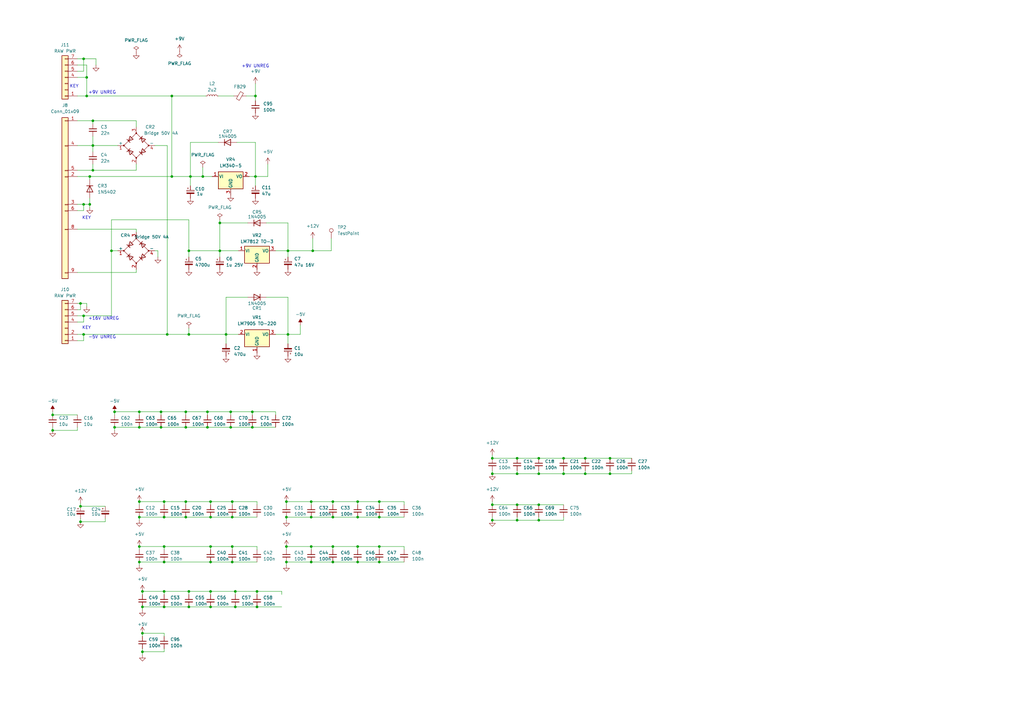
<source format=kicad_sch>
(kicad_sch (version 20250114) (generator "eeschema") (generator_version "9.0")
  (paper "A3")
  (title_block (title "Voltage Regulator") (rev "E") (company "Commodore") (comment 1 "8032081-11") (comment 2 "Login Diagram Universal Dynamic PET") (comment 3 "http://www.zimmers.net/anonftp/pub/cbm/schematics/computers/pet/univ/8032081-11.gif"))
  (text "+9V UNREG" (at 99.06 27.94 0) (effects (font (size 1.27 1.27)) (justify left bottom)))
  (text "+16V UNREG" (at 36.195 131.445 0) (effects (font (size 1.27 1.27)) (justify left bottom)))
  (text "KEY" (at 28.575 36.195 0) (effects (font (size 1.27 1.27)) (justify left bottom)))
  (text "KEY" (at 33.655 90.17 0) (effects (font (size 1.27 1.27)) (justify left bottom)))
  (text "-5V UNREG" (at 36.195 139.065 0) (effects (font (size 1.27 1.27)) (justify left bottom)))
  (text "KEY" (at 33.655 135.255 0) (effects (font (size 1.27 1.27)) (justify left bottom)))
  (text "+9V UNREG" (at 36.195 38.735 0) (effects (font (size 1.27 1.27)) (justify left bottom)))
  (junction (at 146.685 224.155))
  (junction (at 35.56 31.75))
  (junction (at 57.15 212.09))
  (junction (at 231.14 187.96))
  (junction (at 96.52 248.92))
  (junction (at 146.685 230.505))
  (junction (at 212.09 187.96))
  (junction (at 220.98 194.31))
  (junction (at 136.525 230.505))
  (junction (at 78.105 72.39))
  (junction (at 58.42 248.92))
  (junction (at 57.15 224.155))
  (junction (at 95.25 230.505))
  (junction (at 46.99 168.91))
  (junction (at 38.1 59.69))
  (junction (at 105.41 248.92))
  (junction (at 57.15 168.91))
  (junction (at 220.98 213.36))
  (junction (at 105.41 242.57))
  (junction (at 46.99 175.26))
  (junction (at 240.03 187.96))
  (junction (at 220.98 207.01))
  (junction (at 96.52 242.57))
  (junction (at 201.93 207.01))
  (junction (at 33.02 207.645))
  (junction (at 76.2 168.91))
  (junction (at 92.71 137.16))
  (junction (at 85.09 168.91))
  (junction (at 117.475 230.505))
  (junction (at 67.31 242.57))
  (junction (at 220.98 187.96))
  (junction (at 86.36 230.505))
  (junction (at 45.72 102.87))
  (junction (at 58.42 267.335))
  (junction (at 127.635 205.74))
  (junction (at 21.59 176.53))
  (junction (at 76.2 205.74))
  (junction (at 127.635 212.09))
  (junction (at 67.31 224.155))
  (junction (at 76.2 212.09))
  (junction (at 136.525 205.74))
  (junction (at 86.36 224.155))
  (junction (at 86.36 248.92))
  (junction (at 67.31 212.09))
  (junction (at 201.93 194.31))
  (junction (at 34.29 83.82))
  (junction (at 77.47 137.16))
  (junction (at 95.25 205.74))
  (junction (at 127.635 230.505))
  (junction (at 86.36 212.09))
  (junction (at 90.17 102.87))
  (junction (at 201.93 187.96))
  (junction (at 77.47 242.57))
  (junction (at 250.19 187.96))
  (junction (at 70.485 39.37))
  (junction (at 66.04 168.91))
  (junction (at 70.485 72.39))
  (junction (at 21.59 170.18))
  (junction (at 34.29 129.54))
  (junction (at 34.29 137.16))
  (junction (at 57.15 205.74))
  (junction (at 57.15 230.505))
  (junction (at 33.02 124.46))
  (junction (at 117.475 212.09))
  (junction (at 146.685 212.09))
  (junction (at 76.2 175.26))
  (junction (at 155.575 212.09))
  (junction (at 103.505 168.91))
  (junction (at 118.11 137.16))
  (junction (at 95.25 212.09))
  (junction (at 104.775 39.37))
  (junction (at 136.525 212.09))
  (junction (at 201.93 213.36))
  (junction (at 231.14 194.31))
  (junction (at 212.09 213.36))
  (junction (at 57.15 175.26))
  (junction (at 212.09 194.31))
  (junction (at 85.09 175.26))
  (junction (at 90.17 91.44))
  (junction (at 33.02 213.995))
  (junction (at 68.58 137.16))
  (junction (at 94.615 168.91))
  (junction (at 212.09 207.01))
  (junction (at 77.47 248.92))
  (junction (at 155.575 230.505))
  (junction (at 117.475 205.74))
  (junction (at 250.19 194.31))
  (junction (at 38.1 49.53))
  (junction (at 34.29 24.13))
  (junction (at 146.685 205.74))
  (junction (at 117.475 224.155))
  (junction (at 58.42 259.715))
  (junction (at 36.83 83.82))
  (junction (at 86.36 242.57))
  (junction (at 35.56 39.37))
  (junction (at 86.36 205.74))
  (junction (at 38.1 69.85))
  (junction (at 128.27 102.87))
  (junction (at 77.47 102.87))
  (junction (at 127.635 224.155))
  (junction (at 66.04 175.26))
  (junction (at 94.615 175.26))
  (junction (at 95.25 224.155))
  (junction (at 136.525 224.155))
  (junction (at 155.575 224.155))
  (junction (at 155.575 205.74))
  (junction (at 67.31 248.92))
  (junction (at 103.505 175.26))
  (junction (at 104.775 72.39))
  (junction (at 67.31 205.74))
  (junction (at 58.42 242.57))
  (junction (at 67.31 230.505))
  (junction (at 36.83 72.39))
  (junction (at 118.11 102.87))
  (junction (at 240.03 194.31))
  (junction (at 83.185 72.39))
  (wire (pts (xy 155.575 205.74) (xy 165.735 205.74)))
  (wire (pts (xy 77.47 242.57) (xy 77.47 243.84)))
  (wire (pts (xy 212.09 187.96) (xy 220.98 187.96)))
  (wire (pts (xy 155.575 212.09) (xy 165.735 212.09)))
  (wire (pts (xy 100.965 39.37) (xy 104.775 39.37)))
  (wire (pts (xy 165.735 225.425) (xy 165.735 224.155)))
  (wire (pts (xy 67.31 266.065) (xy 67.31 267.335)))
  (wire (pts (xy 77.47 248.92) (xy 86.36 248.92)))
  (wire (pts (xy 38.1 49.53) (xy 38.1 50.8)))
  (wire (pts (xy 67.31 243.84) (xy 67.31 242.57)))
  (wire (pts (xy 155.575 205.74) (xy 155.575 207.01)))
  (wire (pts (xy 250.19 193.04) (xy 250.19 194.31)))
  (wire (pts (xy 57.15 205.74) (xy 67.31 205.74)))
  (wire (pts (xy 127.635 212.09) (xy 136.525 212.09)))
  (wire (pts (xy 86.36 242.57) (xy 96.52 242.57)))
  (wire (pts (xy 57.15 212.09) (xy 57.15 213.36)))
  (wire (pts (xy 240.03 187.96) (xy 250.19 187.96)))
  (wire (pts (xy 127.635 225.425) (xy 127.635 224.155)))
  (wire (pts (xy 118.11 91.44) (xy 118.11 102.87)))
  (wire (pts (xy 31.75 69.85) (xy 38.1 69.85)))
  (wire (pts (xy 43.18 213.995) (xy 33.02 213.995)))
  (wire (pts (xy 212.09 213.36) (xy 220.98 213.36)))
  (wire (pts (xy 105.41 248.92) (xy 115.57 248.92)))
  (wire (pts (xy 113.03 102.87) (xy 118.11 102.87)))
  (wire (pts (xy 77.47 242.57) (xy 86.36 242.57)))
  (wire (pts (xy 85.09 175.26) (xy 94.615 175.26)))
  (wire (pts (xy 35.56 124.46) (xy 33.02 124.46)))
  (wire (pts (xy 146.685 205.74) (xy 146.685 207.01)))
  (wire (pts (xy 105.41 225.425) (xy 105.41 224.155)))
  (wire (pts (xy 104.775 72.39) (xy 104.775 76.2)))
  (wire (pts (xy 67.31 248.92) (xy 77.47 248.92)))
  (wire (pts (xy 109.22 121.92) (xy 118.11 121.92)))
  (wire (pts (xy 127.635 224.155) (xy 136.525 224.155)))
  (wire (pts (xy 67.31 248.92) (xy 58.42 248.92)))
  (wire (pts (xy 31.75 29.21) (xy 34.29 29.21)))
  (wire (pts (xy 31.75 49.53) (xy 38.1 49.53)))
  (wire (pts (xy 36.83 83.82) (xy 36.83 85.09)))
  (wire (pts (xy 67.31 230.505) (xy 86.36 230.505)))
  (wire (pts (xy 136.525 205.74) (xy 146.685 205.74)))
  (wire (pts (xy 58.42 248.92) (xy 58.42 250.19)))
  (wire (pts (xy 103.505 168.91) (xy 103.505 170.18)))
  (wire (pts (xy 58.42 259.715) (xy 67.31 259.715)))
  (wire (pts (xy 70.485 72.39) (xy 70.485 39.37)))
  (wire (pts (xy 250.19 194.31) (xy 259.08 194.31)))
  (wire (pts (xy 85.09 168.91) (xy 85.09 170.18)))
  (wire (pts (xy 220.98 187.96) (xy 231.14 187.96)))
  (wire (pts (xy 34.29 29.21) (xy 34.29 24.13)))
  (wire (pts (xy 31.75 24.13) (xy 34.29 24.13)))
  (wire (pts (xy 95.25 205.74) (xy 95.25 207.01)))
  (wire (pts (xy 76.2 168.91) (xy 85.09 168.91)))
  (wire (pts (xy 31.75 176.53) (xy 21.59 176.53)))
  (wire (pts (xy 95.25 205.74) (xy 105.41 205.74)))
  (wire (pts (xy 96.52 248.92) (xy 105.41 248.92)))
  (wire (pts (xy 38.1 49.53) (xy 55.88 49.53)))
  (wire (pts (xy 67.31 212.09) (xy 57.15 212.09)))
  (wire (pts (xy 55.88 69.85) (xy 55.88 67.31)))
  (wire (pts (xy 57.15 175.26) (xy 66.04 175.26)))
  (wire (pts (xy 43.18 212.725) (xy 43.18 213.995)))
  (wire (pts (xy 90.17 91.44) (xy 90.17 102.87)))
  (wire (pts (xy 21.59 168.91) (xy 21.59 170.18)))
  (wire (pts (xy 104.775 34.29) (xy 104.775 39.37)))
  (wire (pts (xy 86.36 205.74) (xy 95.25 205.74)))
  (wire (pts (xy 86.36 224.155) (xy 86.36 225.425)))
  (wire (pts (xy 95.25 230.505) (xy 105.41 230.505)))
  (wire (pts (xy 31.75 59.69) (xy 38.1 59.69)))
  (wire (pts (xy 135.89 97.79) (xy 135.89 102.87)))
  (wire (pts (xy 117.475 230.505) (xy 117.475 231.775)))
  (wire (pts (xy 31.75 139.7) (xy 34.29 139.7)))
  (wire (pts (xy 45.72 90.17) (xy 77.47 90.17)))
  (wire (pts (xy 67.31 260.985) (xy 67.31 259.715)))
  (wire (pts (xy 66.04 175.26) (xy 76.2 175.26)))
  (wire (pts (xy 35.56 39.37) (xy 70.485 39.37)))
  (wire (pts (xy 89.535 39.37) (xy 95.885 39.37)))
  (wire (pts (xy 155.575 224.155) (xy 155.575 225.425)))
  (wire (pts (xy 104.775 72.39) (xy 109.855 72.39)))
  (wire (pts (xy 35.56 31.75) (xy 31.75 31.75)))
  (wire (pts (xy 57.15 175.26) (xy 46.99 175.26)))
  (wire (pts (xy 36.83 72.39) (xy 70.485 72.39)))
  (wire (pts (xy 77.47 134.62) (xy 77.47 137.16)))
  (wire (pts (xy 38.1 69.85) (xy 55.88 69.85)))
  (wire (pts (xy 113.03 137.16) (xy 118.11 137.16)))
  (wire (pts (xy 231.14 212.09) (xy 231.14 213.36)))
  (wire (pts (xy 212.09 207.01) (xy 220.98 207.01)))
  (wire (pts (xy 104.775 58.42) (xy 104.775 72.39)))
  (wire (pts (xy 31.75 26.67) (xy 35.56 26.67)))
  (wire (pts (xy 118.11 121.92) (xy 118.11 137.16)))
  (wire (pts (xy 58.42 242.57) (xy 67.31 242.57)))
  (wire (pts (xy 31.75 39.37) (xy 35.56 39.37)))
  (wire (pts (xy 86.36 242.57) (xy 86.36 243.84)))
  (wire (pts (xy 35.56 39.37) (xy 35.56 31.75)))
  (wire (pts (xy 78.105 72.39) (xy 78.105 76.2)))
  (wire (pts (xy 21.59 175.26) (xy 21.59 176.53)))
  (wire (pts (xy 109.855 67.31) (xy 109.855 72.39)))
  (wire (pts (xy 96.52 242.57) (xy 96.52 243.84)))
  (wire (pts (xy 83.185 68.58) (xy 83.185 72.39)))
  (wire (pts (xy 36.83 72.39) (xy 36.83 73.66)))
  (wire (pts (xy 201.93 212.09) (xy 201.93 213.36)))
  (wire (pts (xy 38.1 59.69) (xy 48.26 59.69)))
  (wire (pts (xy 76.2 168.91) (xy 76.2 170.18)))
  (wire (pts (xy 117.475 224.155) (xy 127.635 224.155)))
  (wire (pts (xy 101.6 91.44) (xy 90.17 91.44)))
  (wire (pts (xy 127.635 230.505) (xy 117.475 230.505)))
  (wire (pts (xy 95.25 224.155) (xy 105.41 224.155)))
  (wire (pts (xy 67.31 207.01) (xy 67.31 205.74)))
  (wire (pts (xy 155.575 224.155) (xy 165.735 224.155)))
  (wire (pts (xy 95.25 224.155) (xy 95.25 225.425)))
  (wire (pts (xy 212.09 212.09) (xy 212.09 213.36)))
  (wire (pts (xy 58.42 259.715) (xy 58.42 260.985)))
  (wire (pts (xy 104.775 58.42) (xy 97.155 58.42)))
  (wire (pts (xy 70.485 39.37) (xy 84.455 39.37)))
  (wire (pts (xy 259.08 187.96) (xy 250.19 187.96)))
  (wire (pts (xy 90.17 90.17) (xy 90.17 91.44)))
  (wire (pts (xy 101.6 121.92) (xy 92.71 121.92)))
  (wire (pts (xy 57.15 224.155) (xy 57.15 225.425)))
  (wire (pts (xy 68.58 137.16) (xy 77.47 137.16)))
  (wire (pts (xy 155.575 230.505) (xy 165.735 230.505)))
  (wire (pts (xy 127.635 212.09) (xy 117.475 212.09)))
  (wire (pts (xy 86.36 212.09) (xy 95.25 212.09)))
  (wire (pts (xy 31.75 124.46) (xy 33.02 124.46)))
  (wire (pts (xy 57.15 170.18) (xy 57.15 168.91)))
  (wire (pts (xy 118.11 102.87) (xy 118.11 105.41)))
  (wire (pts (xy 123.19 133.35) (xy 123.19 137.16)))
  (wire (pts (xy 31.75 175.26) (xy 31.75 176.53)))
  (wire (pts (xy 127.635 207.01) (xy 127.635 205.74)))
  (wire (pts (xy 212.09 194.31) (xy 220.98 194.31)))
  (wire (pts (xy 118.11 137.16) (xy 123.19 137.16)))
  (wire (pts (xy 86.995 72.39) (xy 83.185 72.39)))
  (wire (pts (xy 70.485 72.39) (xy 78.105 72.39)))
  (wire (pts (xy 212.09 213.36) (xy 201.93 213.36)))
  (wire (pts (xy 94.615 168.91) (xy 103.505 168.91)))
  (wire (pts (xy 31.75 111.76) (xy 55.88 111.76)))
  (wire (pts (xy 201.93 186.69) (xy 201.93 187.96)))
  (wire (pts (xy 220.98 213.36) (xy 231.14 213.36)))
  (wire (pts (xy 220.98 207.01) (xy 231.14 207.01)))
  (wire (pts (xy 86.36 248.92) (xy 96.52 248.92)))
  (wire (pts (xy 94.615 168.91) (xy 94.615 170.18)))
  (wire (pts (xy 220.98 212.09) (xy 220.98 213.36)))
  (wire (pts (xy 67.31 242.57) (xy 77.47 242.57)))
  (wire (pts (xy 76.2 212.09) (xy 86.36 212.09)))
  (wire (pts (xy 83.185 72.39) (xy 78.105 72.39)))
  (wire (pts (xy 31.75 132.08) (xy 34.29 132.08)))
  (wire (pts (xy 34.29 129.54) (xy 45.72 129.54)))
  (wire (pts (xy 46.99 175.26) (xy 46.99 176.53)))
  (wire (pts (xy 240.03 193.04) (xy 240.03 194.31)))
  (wire (pts (xy 67.31 212.09) (xy 76.2 212.09)))
  (wire (pts (xy 34.29 86.36) (xy 34.29 83.82)))
  (wire (pts (xy 57.15 224.155) (xy 67.31 224.155)))
  (wire (pts (xy 105.41 207.01) (xy 105.41 205.74)))
  (wire (pts (xy 259.08 193.04) (xy 259.08 194.31)))
  (wire (pts (xy 46.99 168.91) (xy 46.99 170.18)))
  (wire (pts (xy 146.685 205.74) (xy 155.575 205.74)))
  (wire (pts (xy 212.09 194.31) (xy 201.93 194.31)))
  (wire (pts (xy 34.29 24.13) (xy 39.37 24.13)))
  (wire (pts (xy 58.42 267.335) (xy 58.42 268.605)))
  (wire (pts (xy 66.04 168.91) (xy 76.2 168.91)))
  (wire (pts (xy 231.14 194.31) (xy 240.03 194.31)))
  (wire (pts (xy 105.41 242.57) (xy 115.57 242.57)))
  (wire (pts (xy 128.27 102.87) (xy 118.11 102.87)))
  (wire (pts (xy 34.29 139.7) (xy 34.29 137.16)))
  (wire (pts (xy 55.88 111.76) (xy 55.88 110.49)))
  (wire (pts (xy 66.04 168.91) (xy 66.04 170.18)))
  (wire (pts (xy 45.72 129.54) (xy 45.72 102.87)))
  (wire (pts (xy 86.36 230.505) (xy 95.25 230.505)))
  (wire (pts (xy 31.75 127) (xy 33.02 127)))
  (wire (pts (xy 113.03 168.91) (xy 103.505 168.91)))
  (wire (pts (xy 105.41 243.84) (xy 105.41 242.57)))
  (wire (pts (xy 127.635 230.505) (xy 136.525 230.505)))
  (wire (pts (xy 31.75 83.82) (xy 34.29 83.82)))
  (wire (pts (xy 102.235 72.39) (xy 104.775 72.39)))
  (wire (pts (xy 220.98 194.31) (xy 231.14 194.31)))
  (wire (pts (xy 113.03 170.18) (xy 113.03 168.91)))
  (wire (pts (xy 57.15 205.74) (xy 57.15 207.01)))
  (wire (pts (xy 212.09 193.04) (xy 212.09 194.31)))
  (wire (pts (xy 46.99 168.91) (xy 57.15 168.91)))
  (wire (pts (xy 64.77 105.41) (xy 64.77 102.87)))
  (wire (pts (xy 109.22 91.44) (xy 118.11 91.44)))
  (wire (pts (xy 146.685 212.09) (xy 155.575 212.09)))
  (wire (pts (xy 33.02 207.645) (xy 43.18 207.645)))
  (wire (pts (xy 103.505 175.26) (xy 113.03 175.26)))
  (wire (pts (xy 21.59 170.18) (xy 31.75 170.18)))
  (wire (pts (xy 104.775 39.37) (xy 104.775 41.275)))
  (wire (pts (xy 146.685 224.155) (xy 155.575 224.155)))
  (wire (pts (xy 117.475 212.09) (xy 117.475 213.36)))
  (wire (pts (xy 38.1 55.88) (xy 38.1 59.69)))
  (wire (pts (xy 34.29 137.16) (xy 31.75 137.16)))
  (wire (pts (xy 68.58 59.69) (xy 68.58 137.16)))
  (wire (pts (xy 78.105 72.39) (xy 78.105 58.42)))
  (wire (pts (xy 76.2 175.26) (xy 85.09 175.26)))
  (wire (pts (xy 231.14 193.04) (xy 231.14 194.31)))
  (wire (pts (xy 78.105 58.42) (xy 89.535 58.42)))
  (wire (pts (xy 34.29 132.08) (xy 34.29 129.54)))
  (wire (pts (xy 135.89 102.87) (xy 128.27 102.87)))
  (wire (pts (xy 115.57 243.84) (xy 115.57 242.57)))
  (wire (pts (xy 67.31 267.335) (xy 58.42 267.335)))
  (wire (pts (xy 31.75 72.39) (xy 36.83 72.39)))
  (wire (pts (xy 77.47 90.17) (xy 77.47 102.87)))
  (wire (pts (xy 68.58 137.16) (xy 34.29 137.16)))
  (wire (pts (xy 33.02 127) (xy 33.02 124.46)))
  (wire (pts (xy 165.735 207.01) (xy 165.735 205.74)))
  (wire (pts (xy 76.2 205.74) (xy 76.2 207.01)))
  (wire (pts (xy 201.93 207.01) (xy 212.09 207.01)))
  (wire (pts (xy 63.5 59.69) (xy 68.58 59.69)))
  (wire (pts (xy 57.15 168.91) (xy 66.04 168.91)))
  (wire (pts (xy 33.02 206.375) (xy 33.02 207.645)))
  (wire (pts (xy 117.475 205.74) (xy 127.635 205.74)))
  (wire (pts (xy 95.25 212.09) (xy 105.41 212.09)))
  (wire (pts (xy 220.98 193.04) (xy 220.98 194.31)))
  (wire (pts (xy 67.31 224.155) (xy 86.36 224.155)))
  (wire (pts (xy 118.11 137.16) (xy 118.11 140.97)))
  (wire (pts (xy 86.36 224.155) (xy 95.25 224.155)))
  (wire (pts (xy 85.09 168.91) (xy 94.615 168.91)))
  (wire (pts (xy 201.93 187.96) (xy 212.09 187.96)))
  (wire (pts (xy 136.525 224.155) (xy 136.525 225.425)))
  (wire (pts (xy 67.31 225.425) (xy 67.31 224.155)))
  (wire (pts (xy 231.14 187.96) (xy 240.03 187.96)))
  (wire (pts (xy 136.525 230.505) (xy 146.685 230.505)))
  (wire (pts (xy 38.1 59.69) (xy 38.1 62.23)))
  (wire (pts (xy 31.75 93.98) (xy 55.88 93.98)))
  (wire (pts (xy 92.71 137.16) (xy 92.71 140.97)))
  (wire (pts (xy 136.525 224.155) (xy 146.685 224.155)))
  (wire (pts (xy 64.77 102.87) (xy 63.5 102.87)))
  (wire (pts (xy 55.88 93.98) (xy 55.88 95.25)))
  (wire (pts (xy 35.56 125.73) (xy 35.56 124.46)))
  (wire (pts (xy 58.42 266.065) (xy 58.42 267.335)))
  (wire (pts (xy 136.525 205.74) (xy 136.525 207.01)))
  (wire (pts (xy 77.47 102.87) (xy 77.47 105.41)))
  (wire (pts (xy 94.615 175.26) (xy 103.505 175.26)))
  (wire (pts (xy 31.75 129.54) (xy 34.29 129.54)))
  (wire (pts (xy 33.02 212.725) (xy 33.02 213.995)))
  (wire (pts (xy 136.525 212.09) (xy 146.685 212.09)))
  (wire (pts (xy 76.2 205.74) (xy 86.36 205.74)))
  (wire (pts (xy 86.36 205.74) (xy 86.36 207.01)))
  (wire (pts (xy 38.1 67.31) (xy 38.1 69.85)))
  (wire (pts (xy 67.31 230.505) (xy 57.15 230.505)))
  (wire (pts (xy 67.31 205.74) (xy 76.2 205.74)))
  (wire (pts (xy 92.71 137.16) (xy 97.79 137.16)))
  (wire (pts (xy 77.47 102.87) (xy 90.17 102.87)))
  (wire (pts (xy 31.75 86.36) (xy 34.29 86.36)))
  (wire (pts (xy 96.52 242.57) (xy 105.41 242.57)))
  (wire (pts (xy 48.26 102.87) (xy 45.72 102.87)))
  (wire (pts (xy 127.635 205.74) (xy 136.525 205.74)))
  (wire (pts (xy 201.93 205.74) (xy 201.93 207.01)))
  (wire (pts (xy 117.475 224.155) (xy 117.475 225.425)))
  (wire (pts (xy 58.42 242.57) (xy 58.42 243.84)))
  (wire (pts (xy 39.37 24.13) (xy 39.37 26.67)))
  (wire (pts (xy 35.56 26.67) (xy 35.56 31.75)))
  (wire (pts (xy 201.93 193.04) (xy 201.93 194.31)))
  (wire (pts (xy 240.03 194.31) (xy 250.19 194.31)))
  (wire (pts (xy 92.71 121.92) (xy 92.71 137.16)))
  (wire (pts (xy 146.685 230.505) (xy 155.575 230.505)))
  (wire (pts (xy 77.47 137.16) (xy 92.71 137.16)))
  (wire (pts (xy 90.17 102.87) (xy 97.79 102.87)))
  (wire (pts (xy 55.88 49.53) (xy 55.88 52.07)))
  (wire (pts (xy 117.475 205.74) (xy 117.475 207.01)))
  (wire (pts (xy 34.29 83.82) (xy 36.83 83.82)))
  (wire (pts (xy 36.83 83.82) (xy 36.83 81.28)))
  (wire (pts (xy 45.72 102.87) (xy 45.72 90.17)))
  (wire (pts (xy 90.17 102.87) (xy 90.17 105.41)))
  (wire (pts (xy 128.27 97.79) (xy 128.27 102.87)))
  (wire (pts (xy 146.685 224.155) (xy 146.685 225.425)))
  (wire (pts (xy 57.15 230.505) (xy 57.15 231.775)))
  (symbol (lib_id "Device:D_Bridge_+AA-") (at 55.88 102.87 180) (unit 1)
    (property "Reference" "CR4" (at 51.435 96.52 0))
    (property "Value" "Bridge 50V 4A" (at 62.23 97.155 0))
    (property "Footprint" "Diode_THT:Diode_Bridge_19.0x3.5x10.0mm_P5.0mm" (effects (hide yes)))
  )
  (symbol (lib_id "power:+5V") (at 57.15 205.74 0) (unit 1)
    (property "Reference" "#PWR014" (effects (hide yes)))
    (property "Value" "+5V" (at 57.15 200.66 0))
  )
  (symbol (lib_id "power:+12V") (at 33.02 206.375 0) (unit 1)
    (property "Reference" "#PWR0316" (effects (hide yes)))
    (property "Value" "+12V" (at 33.02 201.295 0))
  )
  (symbol (lib_id "Device:C_Small") (at 117.475 227.965 0) (unit 1)
    (property "Reference" "C43" (at 120.65 226.7013 0) (effects (justify left)))
    (property "Value" "100n" (at 120.65 229.2413 0) (effects (justify left)))
    (property "Footprint" "Capacitors:C_Axial" (effects (hide yes)))
  )
  (symbol (lib_id "Device:C_Small") (at 67.31 209.55 0) (unit 1)
    (property "Reference" "C15" (at 69.85 208.2863 0) (effects (justify left)))
    (property "Value" "100n" (at 69.85 210.8263 0) (effects (justify left)))
    (property "Footprint" "Capacitors:C_Axial" (effects (hide yes)))
  )
  (symbol (lib_id "Device:C_Small") (at 240.03 190.5 0) (unit 1)
    (property "Reference" "C22" (at 242.57 189.2363 0) (effects (justify left)))
    (property "Value" "100n" (at 242.57 191.7763 0) (effects (justify left)))
    (property "Footprint" "Capacitors:C_Axial" (effects (hide yes)))
  )
  (symbol (lib_id "Device:C_Polarized_Small") (at 33.02 210.185 0) (unit 1)
    (property "Reference" "C17" (at 27.305 208.915 0) (effects (justify left)))
    (property "Value" "10u" (at 27.305 210.82 0) (effects (justify left)))
    (property "Footprint" "Capacitor_THT:CP_Axial_L11.0mm_D5.0mm_P18.00mm_Horizontal" (effects (hide yes)))
  )
  (symbol (lib_id "Device:C_Small") (at 250.19 190.5 0) (unit 1)
    (property "Reference" "C26" (at 252.73 189.2363 0) (effects (justify left)))
    (property "Value" "100n" (at 252.73 191.7763 0) (effects (justify left)))
    (property "Footprint" "Capacitors:C_Axial" (effects (hide yes)))
  )
  (symbol (lib_id "Device:C_Small") (at 212.09 190.5 0) (unit 1)
    (property "Reference" "C14" (at 214.63 189.2363 0) (effects (justify left)))
    (property "Value" "100n" (at 214.63 191.7763 0) (effects (justify left)))
    (property "Footprint" "Capacitors:C_Axial" (effects (hide yes)))
  )
  (symbol (lib_id "Connector:TestPoint") (at 135.89 97.79 0) (unit 1) (in_bom no)
    (property "Reference" "TP2" (at 138.43 93.218 0) (effects (justify left)))
    (property "Value" "TestPoint" (at 138.43 95.758 0) (effects (justify left)))
    (property "Footprint" "TestPoint:TestPoint_Pad_D1.0mm" (effects (hide yes)))
  )
  (symbol (lib_id "power:GND") (at 118.11 146.05 0) (unit 1)
    (property "Reference" "#PWR036" (effects (hide yes)))
    (property "Value" "GND" (effects (hide yes)))
  )
  (symbol (lib_id "Device:C_Small") (at 104.775 43.815 0) (unit 1)
    (property "Reference" "C95" (at 107.95 42.5513 0) (effects (justify left)))
    (property "Value" "100n" (at 107.95 45.0913 0) (effects (justify left)))
    (property "Footprint" "Capacitors:C_Axial" (effects (hide yes)))
  )
  (symbol (lib_id "power:+5V") (at 57.15 224.155 0) (unit 1)
    (property "Reference" "#PWR0291" (effects (hide yes)))
    (property "Value" "+5V" (at 57.15 219.075 0))
  )
  (symbol (lib_id "Device:C_Small") (at 57.15 209.55 0) (unit 1)
    (property "Reference" "C12" (at 59.69 208.2863 0) (effects (justify left)))
    (property "Value" "100n" (at 59.69 210.8263 0) (effects (justify left)))
    (property "Footprint" "Capacitors:C_Axial" (effects (hide yes)))
  )
  (symbol (lib_id "Device:FerriteBead_Small") (at 98.425 39.37 90) (unit 1)
    (property "Reference" "FB29" (at 98.3869 35.56 90))
    (property "Value" "Ferrite Bead" (effects (hide yes)))
    (property "Footprint" "Ferrite:FerriteBead" (effects (hide yes)))
  )
  (symbol (lib_id "power:+5V") (at 58.42 259.715 0) (unit 1)
    (property "Reference" "#PWR0330" (effects (hide yes)))
    (property "Value" "+5V" (at 58.42 256.032 0))
  )
  (symbol (lib_id "power:PWR_FLAG") (at 90.17 90.17 0) (unit 1)
    (property "Reference" "#FLG02" (effects (hide yes)))
    (property "Value" "PWR_FLAG" (at 90.17 85.09 0))
  )
  (symbol (lib_id "Device:C_Small") (at 86.36 246.38 0) (unit 1)
    (property "Reference" "C56" (at 88.9 245.1163 0) (effects (justify left)))
    (property "Value" "100n" (at 88.9 247.6563 0) (effects (justify left)))
    (property "Footprint" "Capacitors:C_Axial" (effects (hide yes)))
  )
  (symbol (lib_id "power:GND") (at 105.41 144.78 0) (unit 1)
    (property "Reference" "#PWR034" (effects (hide yes)))
    (property "Value" "GND" (effects (hide yes)))
  )
  (symbol (lib_id "Device:C_Small") (at 212.09 209.55 0) (unit 1)
    (property "Reference" "C66" (at 214.63 208.2863 0) (effects (justify left)))
    (property "Value" "100n" (at 214.63 210.8263 0) (effects (justify left)))
    (property "Footprint" "Capacitors:C_Axial" (effects (hide yes)))
  )
  (symbol (lib_id "Device:C_Small") (at 67.31 246.38 0) (unit 1)
    (property "Reference" "C53" (at 69.85 245.1163 0) (effects (justify left)))
    (property "Value" "100n" (at 69.85 247.6563 0) (effects (justify left)))
    (property "Footprint" "Capacitors:C_Axial" (effects (hide yes)))
  )
  (symbol (lib_id "Device:C_Small") (at 201.93 209.55 0) (unit 1)
    (property "Reference" "C64" (at 204.47 208.2863 0) (effects (justify left)))
    (property "Value" "100n" (at 204.47 210.8263 0) (effects (justify left)))
    (property "Footprint" "Capacitors:C_Axial" (effects (hide yes)))
  )
  (symbol (lib_id "power:GND") (at 46.99 176.53 0) (unit 1)
    (property "Reference" "#PWR039" (effects (hide yes)))
    (property "Value" "GND" (effects (hide yes)))
  )
  (symbol (lib_id "Device:C_Small") (at 77.47 246.38 0) (unit 1)
    (property "Reference" "C55" (at 80.01 245.1163 0) (effects (justify left)))
    (property "Value" "100n" (at 80.01 247.6563 0) (effects (justify left)))
    (property "Footprint" "Capacitors:C_Axial" (effects (hide yes)))
  )
  (symbol (lib_id "power:GND") (at 117.475 231.775 0) (unit 1)
    (property "Reference" "#PWR0294" (effects (hide yes)))
    (property "Value" "GND" (effects (hide yes)))
  )
  (symbol (lib_id "Device:C_Polarized_Small") (at 43.18 210.185 0) (unit 1)
    (property "Reference" "C24" (at 37.465 208.915 0) (effects (justify left)))
    (property "Value" "10u" (at 37.465 210.82 0) (effects (justify left)))
    (property "Footprint" "Capacitor_THT:CP_Axial_L11.0mm_D5.0mm_P18.00mm_Horizontal" (effects (hide yes)))
  )
  (symbol (lib_id "Regulator_Linear:LM7812_TO220") (at 105.41 102.87 0) (unit 1)
    (property "Reference" "VR2" (at 105.41 96.52 0))
    (property "Value" "LM7812 TO-3" (at 105.41 99.06 0))
    (property "Footprint" "Package_TO_SOT_THT:TO-3" (effects (hide yes)))
    (property "Datasheet" "https://www.onsemi.cn/PowerSolutions/document/MC7800-D.PDF" (effects (hide yes)))
  )
  (symbol (lib_id "Device:C_Small") (at 76.2 209.55 0) (unit 1)
    (property "Reference" "C20" (at 78.74 208.2863 0) (effects (justify left)))
    (property "Value" "100n" (at 78.74 210.8263 0) (effects (justify left)))
    (property "Footprint" "Capacitors:C_Axial" (effects (hide yes)))
  )
  (symbol (lib_id "Device:C_Small") (at 57.15 227.965 0) (unit 1)
    (property "Reference" "C37" (at 59.69 226.7013 0) (effects (justify left)))
    (property "Value" "100n" (at 59.69 229.2413 0) (effects (justify left)))
    (property "Footprint" "Capacitors:C_Axial" (effects (hide yes)))
  )
  (symbol (lib_id "Device:L_Small") (at 86.995 39.37 90) (unit 1)
    (property "Reference" "L2" (at 86.995 34.29 90))
    (property "Value" "2u2" (at 86.995 36.83 90))
    (property "Footprint" "Capacitors:C_Axial" (effects (hide yes)))
  )
  (symbol (lib_id "Device:C_Polarized_Small") (at 78.105 78.74 0) (unit 1)
    (property "Reference" "C10" (at 80.01 77.47 0) (effects (justify left)))
    (property "Value" "1u" (at 80.645 79.4639 0) (effects (justify left)))
    (property "Footprint" "Capacitors:CP_Axial_L11.0mm_D5.0mm_P20.00mm_Horizontal" (effects (hide yes)))
  )
  (symbol (lib_id "Device:C_Small") (at 31.75 172.72 180) (unit 1)
    (property "Reference" "C16" (at 34.29 171.4436 0) (effects (justify right)))
    (property "Value" "10u" (at 34.29 173.9836 0) (effects (justify right)))
    (property "Footprint" "Capacitor_THT:CP_Axial_L11.0mm_D5.0mm_P18.00mm_Horizontal" (effects (hide yes)))
  )
  (symbol (lib_id "Device:C_Small") (at 76.2 172.72 0) (unit 1)
    (property "Reference" "C67" (at 78.74 171.4563 0) (effects (justify left)))
    (property "Value" "100n" (at 78.74 173.9963 0) (effects (justify left)))
    (property "Footprint" "Capacitors:C_Axial" (effects (hide yes)))
  )
  (symbol (lib_id "power:GND") (at 35.56 125.73 0) (unit 1)
    (property "Reference" "#PWR03" (effects (hide yes)))
    (property "Value" "GND" (effects (hide yes)))
  )
  (symbol (lib_id "Device:C_Polarized_Small") (at 77.47 107.95 0) (unit 1)
    (property "Reference" "C5" (at 80.01 106.1339 0) (effects (justify left)))
    (property "Value" "4700u" (at 80.01 108.6739 0) (effects (justify left)))
    (property "Footprint" "Capacitor_THT:CP_Radial_D22.0mm_P10.00mm_SnapIn" (effects (hide yes)))
  )
  (symbol (lib_id "power:GND") (at 57.15 231.775 0) (unit 1)
    (property "Reference" "#PWR0292" (effects (hide yes)))
    (property "Value" "GND" (effects (hide yes)))
  )
  (symbol (lib_id "power:+9V") (at 73.66 20.955 0) (unit 1)
    (property "Reference" "#PWR05" (effects (hide yes)))
    (property "Value" "+9V" (at 73.66 15.875 0))
  )
  (symbol (lib_id "Regulator_Linear:LM7905_TO220") (at 105.41 137.16 0) (mirror x) (unit 1)
    (property "Reference" "VR1" (at 105.41 130.175 0))
    (property "Value" "LM7905 TO-220" (at 105.41 132.715 0))
    (property "Footprint" "Package_TO_SOT_THT:TO-220-3_Horizontal_TabDown" (effects (hide yes)))
    (property "Datasheet" "https://www.onsemi.com/pub/Collateral/MC7900-D.PDF" (effects (hide yes)))
  )
  (symbol (lib_id "Device:C_Small") (at 231.14 209.55 0) (unit 1)
    (property "Reference" "C75" (at 233.68 208.2863 0) (effects (justify left)))
    (property "Value" "100n" (at 233.68 210.8263 0) (effects (justify left)))
    (property "Footprint" "Capacitors:C_Axial" (effects (hide yes)))
  )
  (symbol (lib_id "power:+5V") (at 58.42 242.57 0) (unit 1)
    (property "Reference" "#PWR012" (effects (hide yes)))
    (property "Value" "+5V" (at 58.42 237.49 0))
  )
  (symbol (lib_id "power:PWR_FLAG") (at 73.66 20.955 180) (unit 1)
    (property "Reference" "#FLG03" (effects (hide yes)))
    (property "Value" "PWR_FLAG" (at 73.66 26.035 0))
  )
  (symbol (lib_id "Device:C_Small") (at 105.41 227.965 0) (unit 1)
    (property "Reference" "C42" (at 107.95 226.7013 0) (effects (justify left)))
    (property "Value" "100n" (at 107.95 229.2413 0) (effects (justify left)))
    (property "Footprint" "Capacitors:C_Axial" (effects (hide yes)))
  )
  (symbol (lib_id "power:+12V") (at 201.93 186.69 0) (unit 1)
    (property "Reference" "#PWR028" (effects (hide yes)))
    (property "Value" "+12V" (at 201.93 181.61 0))
  )
  (symbol (lib_id "power:GND") (at 64.77 105.41 0) (unit 1)
    (property "Reference" "#PWR07" (effects (hide yes)))
    (property "Value" "GND" (effects (hide yes)))
  )
  (symbol (lib_id "power:GND") (at 77.47 110.49 0) (unit 1)
    (property "Reference" "#PWR08" (effects (hide yes)))
    (property "Value" "GND" (effects (hide yes)))
  )
  (symbol (lib_id "power:-5V") (at 123.19 133.35 0) (unit 1)
    (property "Reference" "#PWR037" (effects (hide yes)))
    (property "Value" "-5V" (at 123.19 128.905 0))
  )
  (symbol (lib_id "Device:C_Small") (at 127.635 227.965 0) (unit 1)
    (property "Reference" "C44" (at 130.81 226.7013 0) (effects (justify left)))
    (property "Value" "100n" (at 130.81 229.2413 0) (effects (justify left)))
    (property "Footprint" "Capacitors:C_Axial" (effects (hide yes)))
  )
  (symbol (lib_id "Device:C_Small") (at 155.575 209.55 0) (unit 1)
    (property "Reference" "C35" (at 158.75 208.2863 0) (effects (justify left)))
    (property "Value" "100n" (at 158.75 210.8263 0) (effects (justify left)))
    (property "Footprint" "Capacitors:C_Axial" (effects (hide yes)))
  )
  (symbol (lib_id "power:GND") (at 39.37 26.67 0) (unit 1)
    (property "Reference" "#PWR01" (effects (hide yes)))
    (property "Value" "GND" (effects (hide yes)))
  )
  (symbol (lib_id "Device:C_Small") (at 127.635 209.55 0) (unit 1)
    (property "Reference" "C32" (at 130.81 208.2863 0) (effects (justify left)))
    (property "Value" "100n" (at 130.81 210.8263 0) (effects (justify left)))
    (property "Footprint" "Capacitors:C_Axial" (effects (hide yes)))
  )
  (symbol (lib_id "Device:D_Bridge_+AA-") (at 55.88 59.69 180) (unit 1)
    (property "Reference" "CR2" (at 61.595 52.07 0))
    (property "Value" "Bridge 50V 4A" (at 66.04 54.61 0))
    (property "Footprint" "Diode_THT:Diode_Bridge_19.0x3.5x10.0mm_P5.0mm" (effects (hide yes)))
  )
  (symbol (lib_id "Device:C_Small") (at 165.735 209.55 0) (unit 1)
    (property "Reference" "C36" (at 168.91 208.2863 0) (effects (justify left)))
    (property "Value" "100n" (at 168.91 210.8263 0) (effects (justify left)))
    (property "Footprint" "Capacitors:C_Axial" (effects (hide yes)))
  )
  (symbol (lib_id "Device:C_Small") (at 136.525 227.965 0) (unit 1)
    (property "Reference" "C45" (at 139.7 226.7013 0) (effects (justify left)))
    (property "Value" "100n" (at 139.7 229.2413 0) (effects (justify left)))
    (property "Footprint" "Capacitors:C_Axial" (effects (hide yes)))
  )
  (symbol (lib_id "Device:C_Small") (at 67.31 263.525 0) (unit 1)
    (property "Reference" "C96" (at 69.85 262.2613 0) (effects (justify left)))
    (property "Value" "100n" (at 69.85 264.8013 0) (effects (justify left)))
    (property "Footprint" "Capacitors:C_Axial" (effects (hide yes)))
  )
  (symbol (lib_id "Device:C_Polarized_Small") (at 92.71 143.51 180) (unit 1)
    (property "Reference" "C2" (at 95.885 142.7861 0) (effects (justify right)))
    (property "Value" "470u" (at 95.885 145.3261 0) (effects (justify right)))
    (property "Footprint" "Capacitor_THT:CP_Radial_D8.0mm_P5.00mm" (effects (hide yes)))
  )
  (symbol (lib_id "power:GND") (at 21.59 176.53 0) (unit 1)
    (property "Reference" "#PWR043" (effects (hide yes)))
    (property "Value" "GND" (effects (hide yes)))
  )
  (symbol (lib_id "power:-5V") (at 46.99 168.91 0) (unit 1)
    (property "Reference" "#PWR040" (effects (hide yes)))
    (property "Value" "-5V" (at 46.99 164.465 0))
  )
  (symbol (lib_id "power:GND") (at 118.11 110.49 0) (unit 1)
    (property "Reference" "#PWR011" (effects (hide yes)))
    (property "Value" "GND" (effects (hide yes)))
  )
  (symbol (lib_id "power:GND") (at 104.775 46.355 0) (unit 1)
    (property "Reference" "#PWR0295" (effects (hide yes)))
    (property "Value" "GND" (effects (hide yes)))
  )
  (symbol (lib_id "Device:C_Polarized_Small") (at 90.17 107.95 0) (unit 1)
    (property "Reference" "C6" (at 92.71 106.1339 0) (effects (justify left)))
    (property "Value" "1u 25V" (at 92.71 108.6739 0) (effects (justify left)))
    (property "Footprint" "Capacitor_THT:CP_Radial_D5.0mm_P2.50mm" (effects (hide yes)))
  )
  (symbol (lib_id "power:GND") (at 90.17 110.49 0) (unit 1)
    (property "Reference" "#PWR09" (effects (hide yes)))
    (property "Value" "GND" (effects (hide yes)))
  )
  (symbol (lib_id "Device:C_Small") (at 94.615 172.72 0) (unit 1)
    (property "Reference" "C70" (at 97.79 171.4563 0) (effects (justify left)))
    (property "Value" "100n" (at 97.79 173.9963 0) (effects (justify left)))
    (property "Footprint" "Capacitors:C_Axial" (effects (hide yes)))
  )
  (symbol (lib_id "power:GND") (at 58.42 268.605 0) (unit 1)
    (property "Reference" "#PWR0331" (effects (hide yes)))
    (property "Value" "GND" (effects (hide yes)))
  )
  (symbol (lib_id "Device:C_Polarized_Small") (at 118.11 107.95 0) (unit 1)
    (property "Reference" "C7" (at 120.65 106.1339 0) (effects (justify left)))
    (property "Value" "47u 16V" (at 120.65 108.6739 0) (effects (justify left)))
    (property "Footprint" "Capacitors:CP_Axial_L11.0mm_D5.0mm_P20.00mm_Horizontal" (effects (hide yes)))
  )
  (symbol (lib_id "power:GND") (at 92.71 146.05 0) (unit 1)
    (property "Reference" "#PWR035" (effects (hide yes)))
    (property "Value" "GND" (effects (hide yes)))
  )
  (symbol (lib_id "power:GND") (at 201.93 213.36 0) (unit 1)
    (property "Reference" "#PWR031" (effects (hide yes)))
    (property "Value" "GND" (effects (hide yes)))
  )
  (symbol (lib_id "power:GND") (at 201.93 194.31 0) (unit 1)
    (property "Reference" "#PWR029" (effects (hide yes)))
    (property "Value" "GND" (effects (hide yes)))
  )
  (symbol (lib_id "Device:C_Small") (at 38.1 53.34 0) (unit 1)
    (property "Reference" "C3" (at 41.275 52.0763 0) (effects (justify left)))
    (property "Value" "22n" (at 41.275 54.6163 0) (effects (justify left)))
    (property "Footprint" "Capacitors:C_Axial" (effects (hide yes)))
  )
  (symbol (lib_id "power:PWR_FLAG") (at 83.185 68.58 0) (unit 1)
    (property "Reference" "#FLG09" (effects (hide yes)))
    (property "Value" "PWR_FLAG" (at 83.185 63.5 0))
  )
  (symbol (lib_id "Device:C_Small") (at 96.52 246.38 0) (unit 1)
    (property "Reference" "C57" (at 99.06 245.1163 0) (effects (justify left)))
    (property "Value" "100n" (at 99.06 247.6563 0) (effects (justify left)))
    (property "Footprint" "Capacitors:C_Axial" (effects (hide yes)))
  )
  (symbol (lib_id "Diode:1N4001") (at 105.41 91.44 0) (unit 1)
    (property "Reference" "CR5" (at 105.41 86.995 0))
    (property "Value" "1N4005" (at 105.41 88.9 0))
    (property "Footprint" "Diodes:D_DO-41_SOD81_P12.16mm_Horizontal" (effects (hide yes)))
    (property "Datasheet" "http://www.vishay.com/docs/88503/1n4001.pdf" (effects (hide yes)))
    (property "Sim.Device" "D" (effects (hide yes)))
    (property "Sim.Pins" "1=K 2=A" (effects (hide yes)))
  )
  (symbol (lib_id "Device:C_Small") (at 86.36 209.55 0) (unit 1)
    (property "Reference" "C25" (at 88.9 208.2863 0) (effects (justify left)))
    (property "Value" "100n" (at 88.9 210.8263 0) (effects (justify left)))
    (property "Footprint" "Capacitors:C_Axial" (effects (hide yes)))
  )
  (symbol (lib_id "Device:C_Polarized_Small") (at 104.775 78.74 0) (unit 1)
    (property "Reference" "C11" (at 107.315 76.9239 0) (effects (justify left)))
    (property "Value" "47u" (at 107.315 79.4639 0) (effects (justify left)))
    (property "Footprint" "Capacitors:CP_Axial_L11.0mm_D5.0mm_P20.00mm_Horizontal" (effects (hide yes)))
  )
  (symbol (lib_id "Device:C_Small") (at 67.31 227.965 0) (unit 1)
    (property "Reference" "C38" (at 69.85 226.7013 0) (effects (justify left)))
    (property "Value" "100n" (at 69.85 229.2413 0) (effects (justify left)))
    (property "Footprint" "Capacitors:C_Axial" (effects (hide yes)))
  )
  (symbol (lib_id "Device:C_Small") (at 85.09 172.72 0) (unit 1)
    (property "Reference" "C68" (at 87.63 171.4563 0) (effects (justify left)))
    (property "Value" "100n" (at 87.63 173.9963 0) (effects (justify left)))
    (property "Footprint" "Capacitors:C_Axial" (effects (hide yes)))
  )
  (symbol (lib_id "Device:C_Small") (at 103.505 172.72 0) (unit 1)
    (property "Reference" "C71" (at 106.68 171.4563 0) (effects (justify left)))
    (property "Value" "100n" (at 106.68 173.9963 0) (effects (justify left)))
    (property "Footprint" "Capacitors:C_Axial" (effects (hide yes)))
  )
  (symbol (lib_id "Device:C_Small") (at 136.525 209.55 0) (unit 1)
    (property "Reference" "C33" (at 139.7 208.2863 0) (effects (justify left)))
    (property "Value" "100n" (at 139.7 210.8263 0) (effects (justify left)))
    (property "Footprint" "Capacitors:C_Axial" (effects (hide yes)))
  )
  (symbol (lib_id "power:+5V") (at 117.475 205.74 0) (unit 1)
    (property "Reference" "#PWR015" (effects (hide yes)))
    (property "Value" "+5V" (at 117.475 200.66 0))
  )
  (symbol (lib_id "power:+12V") (at 201.93 205.74 0) (unit 1)
    (property "Reference" "#PWR030" (effects (hide yes)))
    (property "Value" "+12V" (at 201.93 200.66 0))
  )
  (symbol (lib_id "Device:C_Small") (at 155.575 227.965 0) (unit 1)
    (property "Reference" "C47" (at 158.75 226.7013 0) (effects (justify left)))
    (property "Value" "100n" (at 158.75 229.2413 0) (effects (justify left)))
    (property "Footprint" "Capacitors:C_Axial" (effects (hide yes)))
  )
  (symbol (lib_id "power:PWR_FLAG") (at 77.47 134.62 0) (unit 1)
    (property "Reference" "#FLG01" (effects (hide yes)))
    (property "Value" "PWR_FLAG" (at 77.47 129.54 0))
  )
  (symbol (lib_id "power:GND") (at 36.83 85.09 0) (unit 1)
    (property "Reference" "#PWR02" (effects (hide yes)))
    (property "Value" "GND" (effects (hide yes)))
  )
  (symbol (lib_id "power:+12V") (at 128.27 97.79 0) (unit 1)
    (property "Reference" "#PWR027" (effects (hide yes)))
    (property "Value" "+12V" (at 128.27 92.71 0))
  )
  (symbol (lib_id "Device:C_Small") (at 259.08 190.5 0) (unit 1)
    (property "Reference" "C27" (at 261.62 189.2363 0) (effects (justify left)))
    (property "Value" "100n" (at 261.62 191.7763 0) (effects (justify left)))
    (property "Footprint" "Capacitors:C_Axial" (effects (hide yes)))
  )
  (symbol (lib_id "Voltage Regulators:LM340-5") (at 94.615 72.39 0) (unit 1)
    (property "Reference" "VR4" (at 94.615 65.405 0))
    (property "Value" "LM340-5" (at 94.615 67.945 0))
    (property "Footprint" "Package_TO_SOT_THT:TO-3" (effects (hide yes)))
  )
  (symbol (lib_id "Device:C_Small") (at 146.685 227.965 0) (unit 1)
    (property "Reference" "C46" (at 149.86 226.7013 0) (effects (justify left)))
    (property "Value" "100n" (at 149.86 229.2413 0) (effects (justify left)))
    (property "Footprint" "Capacitors:C_Axial" (effects (hide yes)))
  )
  (symbol (lib_id "power:GND") (at 105.41 110.49 0) (unit 1)
    (property "Reference" "#PWR010" (effects (hide yes)))
    (property "Value" "GND" (effects (hide yes)))
  )
  (symbol (lib_id "Device:C_Small") (at 46.99 172.72 0) (unit 1)
    (property "Reference" "C62" (at 49.53 171.4563 0) (effects (justify left)))
    (property "Value" "100n" (at 49.53 173.9963 0) (effects (justify left)))
    (property "Footprint" "Capacitors:C_Axial" (effects (hide yes)))
  )
  (symbol (lib_id "power:GND") (at 55.88 21.59 0) (unit 1)
    (property "Reference" "#PWR019" (effects (hide yes)))
    (property "Value" "GND" (effects (hide yes)))
  )
  (symbol (lib_id "Device:C_Small") (at 95.25 227.965 0) (unit 1)
    (property "Reference" "C41" (at 97.79 226.7013 0) (effects (justify left)))
    (property "Value" "100n" (at 97.79 229.2413 0) (effects (justify left)))
    (property "Footprint" "Capacitors:C_Axial" (effects (hide yes)))
  )
  (symbol (lib_id "Device:C_Small") (at 165.735 227.965 0) (unit 1)
    (property "Reference" "C48" (at 168.91 226.7013 0) (effects (justify left)))
    (property "Value" "100n" (at 168.91 229.2413 0) (effects (justify left)))
    (property "Footprint" "Capacitors:C_Axial" (effects (hide yes)))
  )
  (symbol (lib_id "Device:C_Small") (at 105.41 246.38 0) (unit 1)
    (property "Reference" "C58" (at 107.95 245.1163 0) (effects (justify left)))
    (property "Value" "100n" (at 107.95 247.6563 0) (effects (justify left)))
    (property "Footprint" "Capacitors:C_Axial" (effects (hide yes)))
  )
  (symbol (lib_id "Connectors:Conn_01x09") (at 26.67 59.69 0) (unit 1)
    (property "Reference" "J8" (at 26.67 43.18 0))
    (property "Value" "Conn_01x09" (at 26.67 45.72 0))
    (property "Footprint" "Connectors:9 Pin Connector (J8)" (effects (hide yes)))
  )
  (symbol (lib_id "Device:C_Small") (at 105.41 209.55 0) (unit 1)
    (property "Reference" "C30" (at 107.95 208.2863 0) (effects (justify left)))
    (property "Value" "100n" (at 107.95 210.8263 0) (effects (justify left)))
    (property "Footprint" "Capacitors:C_Axial" (effects (hide yes)))
  )
  (symbol (lib_id "Device:C_Small") (at 86.36 227.965 0) (unit 1)
    (property "Reference" "C40" (at 88.9 226.7013 0) (effects (justify left)))
    (property "Value" "100n" (at 88.9 229.2413 0) (effects (justify left)))
    (property "Footprint" "Capacitors:C_Axial" (effects (hide yes)))
  )
  (symbol (lib_id "power:GND") (at 117.475 213.36 0) (unit 1)
    (property "Reference" "#PWR016" (effects (hide yes)))
    (property "Value" "GND" (effects (hide yes)))
  )
  (symbol (lib_id "Diode:1N4001") (at 105.41 121.92 180) (unit 1)
    (property "Reference" "CR1" (at 105.41 126.365 0))
    (property "Value" "1N4005" (at 105.41 124.46 0))
    (property "Footprint" "Diode_THT:D_DO-41_SOD81_P10.16mm_Horizontal" (effects (hide yes)))
    (property "Datasheet" "http://www.vishay.com/docs/88503/1n4001.pdf" (effects (hide yes)))
    (property "Sim.Device" "D" (effects (hide yes)))
    (property "Sim.Pins" "1=K 2=A" (effects (hide yes)))
  )
  (symbol (lib_id "power:GND") (at 58.42 250.19 0) (unit 1)
    (property "Reference" "#PWR017" (effects (hide yes)))
    (property "Value" "GND" (effects (hide yes)))
  )
  (symbol (lib_id "Diode:1N5402") (at 36.83 77.47 270) (unit 1)
    (property "Reference" "CR3" (at 40.005 76.2 90) (effects (justify left)))
    (property "Value" "1N5402" (at 40.005 78.74 90) (effects (justify left)))
    (property "Footprint" "Diode_THT:D_DO-201AD_P15.24mm_Horizontal" (effects (hide yes)))
    (property "Datasheet" "http://www.vishay.com/docs/88516/1n5400.pdf" (effects (hide yes)))
    (property "Sim.Device" "D" (effects (hide yes)))
    (property "Sim.Pins" "1=K 2=A" (effects (hide yes)))
  )
  (symbol (lib_id "Device:C_Small") (at 231.14 190.5 0) (unit 1)
    (property "Reference" "C21" (at 233.68 189.2363 0) (effects (justify left)))
    (property "Value" "100n" (at 233.68 191.7763 0) (effects (justify left)))
    (property "Footprint" "Capacitors:C_Axial" (effects (hide yes)))
  )
  (symbol (lib_id "Device:C_Small") (at 113.03 172.72 0) (unit 1)
    (property "Reference" "C72" (at 115.57 171.4563 0) (effects (justify left)))
    (property "Value" "100n" (at 115.57 173.9963 0) (effects (justify left)))
    (property "Footprint" "Capacitors:C_Axial" (effects (hide yes)))
  )
  (symbol (lib_id "power:+9V") (at 104.775 34.29 0) (unit 1)
    (property "Reference" "#PWR0127" (effects (hide yes)))
    (property "Value" "+9V" (at 104.775 29.21 0))
  )
  (symbol (lib_id "power:-5V") (at 21.59 168.91 0) (unit 1)
    (property "Reference" "#PWR042" (effects (hide yes)))
    (property "Value" "-5V" (at 21.59 164.465 0))
  )
  (symbol (lib_id "Device:C_Small") (at 117.475 209.55 0) (unit 1)
    (property "Reference" "C31" (at 120.65 208.2863 0) (effects (justify left)))
    (property "Value" "100n" (at 120.65 210.8263 0) (effects (justify left)))
    (property "Footprint" "Capacitors:C_Axial" (effects (hide yes)))
  )
  (symbol (lib_id "Device:C_Small") (at 66.04 172.72 0) (unit 1)
    (property "Reference" "C65" (at 68.58 171.4563 0) (effects (justify left)))
    (property "Value" "100n" (at 68.58 173.9963 0) (effects (justify left)))
    (property "Footprint" "Capacitors:C_Axial" (effects (hide yes)))
  )
  (symbol (lib_id "power:+5V") (at 109.855 67.31 0) (unit 1)
    (property "Reference" "#PWR04" (effects (hide yes)))
    (property "Value" "+5V" (at 109.855 62.23 0))
  )
  (symbol (lib_id "Connector_Generic:Conn_01x07") (at 26.67 31.75 180) (unit 1)
    (property "Reference" "J11" (at 26.67 18.415 0))
    (property "Value" "RAW PWR" (at 26.67 20.955 0))
    (property "Footprint" "Connectors:7 Pin Connector (J11)" (effects (hide yes)))
  )
  (symbol (lib_id "Device:C_Small") (at 58.42 246.38 0) (unit 1)
    (property "Reference" "C49" (at 60.96 245.1163 0) (effects (justify left)))
    (property "Value" "100n" (at 60.96 247.6563 0) (effects (justify left)))
    (property "Footprint" "Capacitors:C_Axial" (effects (hide yes)))
  )
  (symbol (lib_id "Device:C_Polarized_Small") (at 118.11 143.51 180) (unit 1)
    (property "Reference" "C1" (at 120.65 142.7861 0) (effects (justify right)))
    (property "Value" "10u" (at 120.65 145.3261 0) (effects (justify right)))
    (property "Footprint" "Capacitor_THT:CP_Axial_L11.0mm_D6.0mm_P18.00mm_Horizontal" (effects (hide yes)))
  )
  (symbol (lib_id "power:GND") (at 104.775 81.28 0) (unit 1)
    (property "Reference" "#PWR022" (effects (hide yes)))
    (property "Value" "GND" (effects (hide yes)))
  )
  (symbol (lib_id "Device:C_Small") (at 21.59 172.72 180) (unit 1)
    (property "Reference" "C23" (at 24.13 171.4436 0) (effects (justify right)))
    (property "Value" "10u" (at 24.13 173.9836 0) (effects (justify right)))
    (property "Footprint" "Capacitor_THT:CP_Axial_L11.0mm_D5.0mm_P18.00mm_Horizontal" (effects (hide yes)))
  )
  (symbol (lib_id "Device:C_Small") (at 95.25 209.55 0) (unit 1)
    (property "Reference" "C28" (at 97.79 208.2863 0) (effects (justify left)))
    (property "Value" "100n" (at 97.79 210.8263 0) (effects (justify left)))
    (property "Footprint" "Capacitors:C_Axial" (effects (hide yes)))
  )
  (symbol (lib_id "power:GND") (at 33.02 213.995 0) (unit 1)
    (property "Reference" "#PWR0317" (effects (hide yes)))
    (property "Value" "GND" (effects (hide yes)))
  )
  (symbol (lib_id "power:GND") (at 57.15 213.36 0) (unit 1)
    (property "Reference" "#PWR013" (effects (hide yes)))
    (property "Value" "GND" (effects (hide yes)))
  )
  (symbol (lib_id "Device:C_Small") (at 57.15 172.72 0) (unit 1)
    (property "Reference" "C63" (at 59.69 171.4563 0) (effects (justify left)))
    (property "Value" "100n" (at 59.69 173.9963 0) (effects (justify left)))
    (property "Footprint" "Capacitors:C_Axial" (effects (hide yes)))
  )
  (symbol (lib_id "power:GND") (at 78.105 81.28 0) (unit 1)
    (property "Reference" "#PWR020" (effects (hide yes)))
    (property "Value" "GND" (effects (hide yes)))
  )
  (symbol (lib_id "power:+5V") (at 117.475 224.155 0) (unit 1)
    (property "Reference" "#PWR0293" (effects (hide yes)))
    (property "Value" "+5V" (at 117.475 219.075 0))
  )
  (symbol (lib_name "Conn_01x07_1") (lib_id "Connector_Generic:Conn_01x07") (at 26.67 132.08 180) (unit 1)
    (property "Reference" "J10" (at 26.67 118.745 0))
    (property "Value" "RAW PWR" (at 26.67 121.285 0))
    (property "Footprint" "Connectors:7 Pin Connector (J10)" (effects (hide yes)))
  )
  (symbol (lib_id "Device:C_Small") (at 38.1 64.77 0) (unit 1)
    (property "Reference" "C4" (at 41.275 63.5063 0) (effects (justify left)))
    (property "Value" "22n" (at 41.275 66.0463 0) (effects (justify left)))
    (property "Footprint" "Capacitors:C_Axial" (effects (hide yes)))
  )
  (symbol (lib_id "Device:C_Small") (at 220.98 209.55 0) (unit 1)
    (property "Reference" "C69" (at 223.52 208.2863 0) (effects (justify left)))
    (property "Value" "100n" (at 223.52 210.8263 0) (effects (justify left)))
    (property "Footprint" "Capacitors:C_Axial" (effects (hide yes)))
  )
  (symbol (lib_id "Device:C_Small") (at 220.98 190.5 0) (unit 1)
    (property "Reference" "C18" (at 223.52 189.2363 0) (effects (justify left)))
    (property "Value" "100n" (at 223.52 191.7763 0) (effects (justify left)))
    (property "Footprint" "Capacitors:C_Axial" (effects (hide yes)))
  )
  (symbol (lib_id "Device:C_Small") (at 146.685 209.55 0) (unit 1)
    (property "Reference" "C34" (at 149.86 208.2863 0) (effects (justify left)))
    (property "Value" "100n" (at 149.86 210.8263 0) (effects (justify left)))
    (property "Footprint" "Capacitors:C_Axial" (effects (hide yes)))
  )
  (symbol (lib_id "power:GND") (at 94.615 80.01 0) (unit 1)
    (property "Reference" "#PWR021" (effects (hide yes)))
    (property "Value" "GND" (effects (hide yes)))
  )
  (symbol (lib_id "Device:C_Small") (at 201.93 190.5 0) (unit 1)
    (property "Reference" "C13" (at 204.47 189.2363 0) (effects (justify left)))
    (property "Value" "100n" (at 204.47 191.7763 0) (effects (justify left)))
    (property "Footprint" "Capacitors:C_Axial" (effects (hide yes)))
  )
  (symbol (lib_id "power:PWR_FLAG") (at 55.88 21.59 0) (unit 1)
    (property "Reference" "#FLG04" (effects (hide yes)))
    (property "Value" "PWR_FLAG" (at 55.88 16.51 0))
  )
  (symbol (lib_id "Device:C_Small") (at 58.42 263.525 0) (unit 1)
    (property "Reference" "C59" (at 60.96 262.2613 0) (effects (justify left)))
    (property "Value" "100n" (at 60.96 264.8013 0) (effects (justify left)))
    (property "Footprint" "Capacitors:C_Axial" (effects (hide yes)))
  )
  (symbol (lib_id "Diode:1N4001") (at 93.345 58.42 0) (unit 1)
    (property "Reference" "CR7" (at 93.345 53.975 0))
    (property "Value" "1N4005" (at 93.345 55.88 0))
    (property "Footprint" "Diodes:D_DO-41_SOD81_P12.16mm_Horizontal" (effects (hide yes)))
    (property "Datasheet" "http://www.vishay.com/docs/88503/1n4001.pdf" (effects (hide yes)))
    (property "Sim.Device" "D" (effects (hide yes)))
    (property "Sim.Pins" "1=K 2=A" (effects (hide yes)))
  )
)
</source>
